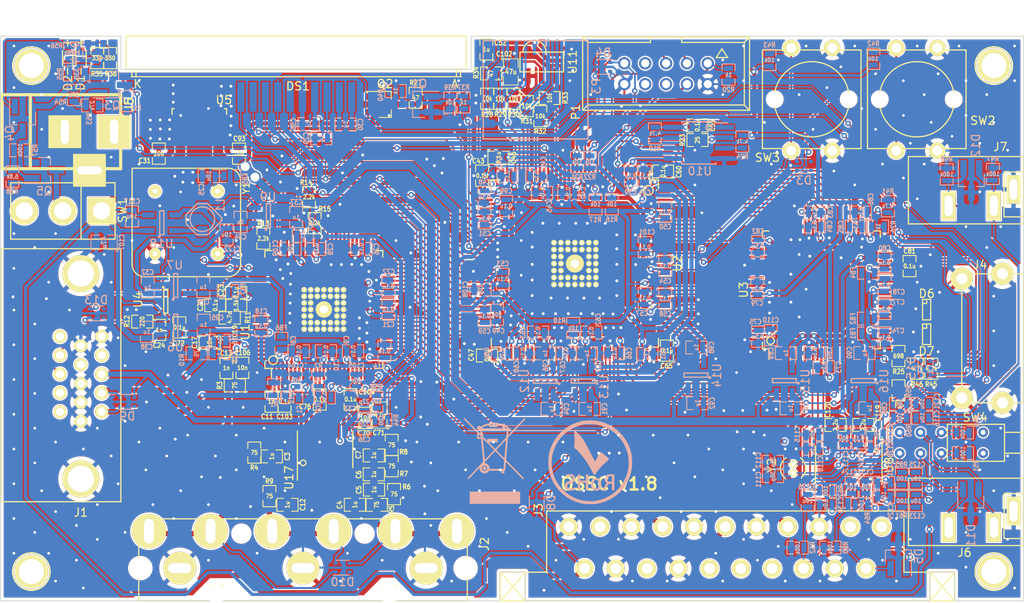
<source format=kicad_pcb>
(kicad_pcb (version 20221018) (generator pcbnew)

  (general
    (thickness 1.6)
  )

  (paper "A3")
  (layers
    (0 "F.Cu" signal)
    (1 "In1.Cu" signal)
    (2 "In2.Cu" signal)
    (31 "B.Cu" signal)
    (32 "B.Adhes" user "B.Adhesive")
    (33 "F.Adhes" user "F.Adhesive")
    (34 "B.Paste" user)
    (35 "F.Paste" user)
    (36 "B.SilkS" user "B.Silkscreen")
    (37 "F.SilkS" user "F.Silkscreen")
    (38 "B.Mask" user)
    (39 "F.Mask" user)
    (40 "Dwgs.User" user "User.Drawings")
    (41 "Cmts.User" user "User.Comments")
    (42 "Eco1.User" user "User.Eco1")
    (43 "Eco2.User" user "User.Eco2")
    (44 "Edge.Cuts" user)
    (45 "Margin" user)
    (46 "B.CrtYd" user "B.Courtyard")
    (47 "F.CrtYd" user "F.Courtyard")
    (48 "B.Fab" user)
    (49 "F.Fab" user)
  )

  (setup
    (stackup
      (layer "F.SilkS" (type "Top Silk Screen"))
      (layer "F.Paste" (type "Top Solder Paste"))
      (layer "F.Mask" (type "Top Solder Mask") (thickness 0.01))
      (layer "F.Cu" (type "copper") (thickness 0.035))
      (layer "dielectric 1" (type "core") (thickness 0.48) (material "FR4") (epsilon_r 4.5) (loss_tangent 0.02))
      (layer "In1.Cu" (type "copper") (thickness 0.035))
      (layer "dielectric 2" (type "prepreg") (thickness 0.48) (material "FR4") (epsilon_r 4.5) (loss_tangent 0.02))
      (layer "In2.Cu" (type "copper") (thickness 0.035))
      (layer "dielectric 3" (type "core") (thickness 0.48) (material "FR4") (epsilon_r 4.5) (loss_tangent 0.02))
      (layer "B.Cu" (type "copper") (thickness 0.035))
      (layer "B.Mask" (type "Bottom Solder Mask") (thickness 0.01))
      (layer "B.Paste" (type "Bottom Solder Paste"))
      (layer "B.SilkS" (type "Bottom Silk Screen"))
      (copper_finish "None")
      (dielectric_constraints no)
    )
    (pad_to_mask_clearance 0)
    (pcbplotparams
      (layerselection 0x00010fc_ffffffff)
      (plot_on_all_layers_selection 0x0000000_00000000)
      (disableapertmacros false)
      (usegerberextensions false)
      (usegerberattributes false)
      (usegerberadvancedattributes false)
      (creategerberjobfile false)
      (dashed_line_dash_ratio 12.000000)
      (dashed_line_gap_ratio 3.000000)
      (svgprecision 6)
      (plotframeref false)
      (viasonmask false)
      (mode 1)
      (useauxorigin false)
      (hpglpennumber 1)
      (hpglpenspeed 20)
      (hpglpendiameter 15.000000)
      (dxfpolygonmode true)
      (dxfimperialunits true)
      (dxfusepcbnewfont true)
      (psnegative false)
      (psa4output false)
      (plotreference true)
      (plotvalue true)
      (plotinvisibletext false)
      (sketchpadsonfab false)
      (subtractmaskfromsilk false)
      (outputformat 1)
      (mirror false)
      (drillshape 0)
      (scaleselection 1)
      (outputdirectory "gerber/")
    )
  )

  (net 0 "")
  (net 1 "/fpga1/ASDO")
  (net 2 "/fpga1/DATA0")
  (net 3 "/fpga1/DCLK")
  (net 4 "/fpga1/HDMITX_HSYNC")
  (net 5 "/fpga1/HDMITX_INT_N")
  (net 6 "/fpga1/HDMITX_PCLK")
  (net 7 "/fpga1/HDMITX_R0")
  (net 8 "/fpga1/HDMITX_R1")
  (net 9 "/fpga1/HDMITX_R2")
  (net 10 "/fpga1/HDMITX_R3")
  (net 11 "/fpga1/HDMITX_R4")
  (net 12 "/fpga1/HDMITX_R5")
  (net 13 "/fpga1/HDMITX_R6")
  (net 14 "/fpga1/HDMITX_R7")
  (net 15 "/fpga1/HDMITX_VSYNC")
  (net 16 "/fpga1/IR_RX")
  (net 17 "/fpga1/LED0")
  (net 18 "/fpga1/LED1")
  (net 19 "/fpga1/SCL")
  (net 20 "/fpga1/SDA")
  (net 21 "/fpga1/SD_CLK")
  (net 22 "/fpga1/SD_CMD")
  (net 23 "/fpga1/SD_DAT0")
  (net 24 "/fpga1/SD_DAT1")
  (net 25 "/fpga1/SD_DAT2")
  (net 26 "/fpga1/SD_DAT3")
  (net 27 "/fpga1/TCK")
  (net 28 "/fpga1/TDI")
  (net 29 "/fpga1/TDO")
  (net 30 "/fpga1/TMS")
  (net 31 "/fpga1/VCCA")
  (net 32 "/fpga1/VCCD_PLL")
  (net 33 "/fpga1/VCCINT")
  (net 34 "/fpga1/nCSO")
  (net 35 "/hdmitx1/AVCC1V8")
  (net 36 "/hdmitx1/AVCC3V3")
  (net 37 "/fpga1/VCCIO")
  (net 38 "/tvp_board1/AV1_AUD_R")
  (net 39 "/tvp_board1/AV1_AUD_L")
  (net 40 "Net-(U1-RIN_3)")
  (net 41 "Net-(U1-BIN_3)")
  (net 42 "Net-(U17A-IN_A_CH2)")
  (net 43 "Net-(U17A-IN_A_CH3)")
  (net 44 "Net-(U17A-IN_B_CH1)")
  (net 45 "/hdmitx1/DDC_SCL")
  (net 46 "/hdmitx1/DDC_SDA")
  (net 47 "Net-(U17A-IN_B_CH2)")
  (net 48 "/hdmitx1/DVDD1V8")
  (net 49 "Net-(U17A-IN_B_CH3)")
  (net 50 "Net-(U1-SOGIN_1)")
  (net 51 "Net-(U17A-IN_A_CH1)")
  (net 52 "Net-(U1-SOGIN_2)")
  (net 53 "Net-(U1-GIN_3)")
  (net 54 "Net-(U1-SOGIN_3)")
  (net 55 "Net-(U1-GIN_4)")
  (net 56 "Net-(U1-FILT2)")
  (net 57 "Net-(U1-PLL_F)")
  (net 58 "/hdmitx1/HPD")
  (net 59 "/hdmitx1/TMDS_CLK+")
  (net 60 "/hdmitx1/TMDS_CLK-")
  (net 61 "/hdmitx1/TMDS_D0+")
  (net 62 "/hdmitx1/TMDS_D0-")
  (net 63 "/hdmitx1/TMDS_D1+")
  (net 64 "/hdmitx1/TMDS_D1-")
  (net 65 "/hdmitx1/TMDS_D2+")
  (net 66 "/hdmitx1/TMDS_D2-")
  (net 67 "/tvp_board1/AVDD")
  (net 68 "Net-(U4-2A)")
  (net 69 "Net-(Y1-VDD)")
  (net 70 "Net-(DS1-Pin_8)")
  (net 71 "Net-(DS1-Pin_10)")
  (net 72 "Net-(DS1-Pin_9)")
  (net 73 "Net-(U17A-SCL)")
  (net 74 "Net-(U17A-SDA)")
  (net 75 "Net-(U3-PVCC1)")
  (net 76 "/tvp_board1/DVDD")
  (net 77 "Net-(U1-RIN_1)")
  (net 78 "Net-(U3-PVCC2)")
  (net 79 "/tvp_board1/VSOUT")
  (net 80 "/tvp_board1/HSOUT")
  (net 81 "/tvp_board1/SOGOUT")
  (net 82 "/tvp_board1/B_7")
  (net 83 "/tvp_board1/B_6")
  (net 84 "/tvp_board1/B_5")
  (net 85 "/tvp_board1/B_4")
  (net 86 "/tvp_board1/B_3")
  (net 87 "/tvp_board1/PCLK")
  (net 88 "/tvp_board1/B_2")
  (net 89 "/tvp_board1/B_1")
  (net 90 "/tvp_board1/B_0")
  (net 91 "Net-(U1-BIN_1)")
  (net 92 "Net-(U11-Pin_2)")
  (net 93 "/tvp_board1/G_7")
  (net 94 "/tvp_board1/G_6")
  (net 95 "/tvp_board1/G_5")
  (net 96 "/tvp_board1/RGB1_B")
  (net 97 "/tvp_board1/RGB1_G")
  (net 98 "/tvp_board1/RGB1_R")
  (net 99 "/tvp_board1/RGB1_S")
  (net 100 "/tvp_board1/RGB2_B")
  (net 101 "/tvp_board1/RGB2_G")
  (net 102 "/tvp_board1/RGB2_R")
  (net 103 "/tvp_board1/RGB3_B")
  (net 104 "/tvp_board1/RGB3_G")
  (net 105 "/tvp_board1/RGB3_R")
  (net 106 "/tvp_board1/G_4")
  (net 107 "GND")
  (net 108 "Net-(U1-GIN_1)")
  (net 109 "Net-(U1-RIN_2)")
  (net 110 "Net-(U1-BIN_2)")
  (net 111 "Net-(U1-GIN_2)")
  (net 112 "Net-(U8-XO)")
  (net 113 "Net-(U8-XI)")
  (net 114 "Net-(U8-VREF)")
  (net 115 "Net-(U8-LDO)")
  (net 116 "Net-(U8-VINL2)")
  (net 117 "Net-(U8-VINR2)")
  (net 118 "Net-(U8-VINR3)")
  (net 119 "Net-(U8-VINL4)")
  (net 120 "Net-(U8-VINL3)")
  (net 121 "Net-(U8-VINR4)")
  (net 122 "Net-(D1-A)")
  (net 123 "Net-(C20-Pad2)")
  (net 124 "Net-(D2-A)")
  (net 125 "unconnected-(D3-IO3-Pad4)")
  (net 126 "unconnected-(D3-IO4-Pad5)")
  (net 127 "unconnected-(D9-TVS4-Pad5)")
  (net 128 "unconnected-(D10-TVS4-Pad5)")
  (net 129 "Net-(D11-TVS1)")
  (net 130 "Net-(C77-Pad1)")
  (net 131 "Net-(D11-TVS2)")
  (net 132 "/tvp_board1/G_3")
  (net 133 "/tvp_board1/G_2")
  (net 134 "/tvp_board1/G_1")
  (net 135 "/tvp_board1/G_0")
  (net 136 "unconnected-(D13-IO3-Pad4)")
  (net 137 "unconnected-(D13-IO4-Pad5)")
  (net 138 "/tvp_board1/R_7")
  (net 139 "Net-(D14-K)")
  (net 140 "unconnected-(D15-IO4-Pad5)")
  (net 141 "Net-(DS1-Pin_11)")
  (net 142 "Net-(Q3-D)")
  (net 143 "unconnected-(J1-ID2{slash}RES-Pad4)")
  (net 144 "/tvp_board1/R_6")
  (net 145 "/tvp_board1/R_5")
  (net 146 "/tvp_board1/R_4")
  (net 147 "/tvp_board1/R_3")
  (net 148 "/tvp_board1/R_2")
  (net 149 "/tvp_board1/R_1")
  (net 150 "/tvp_board1/R_0")
  (net 151 "unconnected-(J1-KEY{slash}PWR-Pad9)")
  (net 152 "unconnected-(J1-ID0{slash}RES-Pad11)")
  (net 153 "/tvp_board1/CLK27")
  (net 154 "/fpga1/HDMITX_DE")
  (net 155 "/fpga1/HDMITX_B0")
  (net 156 "/fpga1/HDMITX_B1")
  (net 157 "/fpga1/HDMITX_B2")
  (net 158 "/fpga1/HDMITX_B3")
  (net 159 "/fpga1/HDMITX_B4")
  (net 160 "/fpga1/HDMITX_B5")
  (net 161 "/fpga1/HDMITX_B6")
  (net 162 "/fpga1/HDMITX_B7")
  (net 163 "unconnected-(J1-ID1{slash}SDA-Pad12)")
  (net 164 "unconnected-(J1-ID3{slash}SCL-Pad15)")
  (net 165 "unconnected-(J3-P1-Pad1)")
  (net 166 "unconnected-(J3-P3-Pad3)")
  (net 167 "unconnected-(J3-P8-Pad8)")
  (net 168 "/fpga1/HDMITX_G0")
  (net 169 "/fpga1/HDMITX_G1")
  (net 170 "Net-(F1-Pad1)")
  (net 171 "/tvp_board1/RGB_12_G")
  (net 172 "/tvp_board1/RGB_12_R")
  (net 173 "unconnected-(J3-P10-Pad10)")
  (net 174 "/tvp_board1/RGB_12_B")
  (net 175 "unconnected-(J3-P12-Pad12)")
  (net 176 "unconnected-(J3-P16-Pad16)")
  (net 177 "unconnected-(J3-P19-Pad19)")
  (net 178 "unconnected-(J4-CEC-Pad13)")
  (net 179 "/tvp_board1/RGB3_HS")
  (net 180 "/tvp_board1/RGB3_VS")
  (net 181 "/tvp_board1/RGB3_VS_B")
  (net 182 "/tvp_board1/RGB3_HS_B")
  (net 183 "unconnected-(J4-RSV-Pad14)")
  (net 184 "/fpga1/LCD_CS_N")
  (net 185 "/fpga1/LCD_RS")
  (net 186 "/fpga1/BTN0")
  (net 187 "/fpga1/BTN1")
  (net 188 "Net-(C23-Pad1)")
  (net 189 "/tvp_board1/AVDD_F")
  (net 190 "Net-(U18-SW)")
  (net 191 "unconnected-(P1-Pin_6-Pad6)")
  (net 192 "unconnected-(P1-Pin_7-Pad7)")
  (net 193 "/fpga1/RESET_N")
  (net 194 "unconnected-(P1-Pin_8-Pad8)")
  (net 195 "Net-(Q1-B)")
  (net 196 "Net-(Q1-C)")
  (net 197 "Net-(Q2-B)")
  (net 198 "/fpga1/LCD_BLEN")
  (net 199 "/hdmitx1/5V")
  (net 200 "/hdmitx1/5V_FUSED")
  (net 201 "Net-(Q2-C)")
  (net 202 "Net-(Q3-G)")
  (net 203 "/hdmitx1/AV2_AUD_R")
  (net 204 "Net-(C116-Pad2)")
  (net 205 "/fpga1/HDMITX_G2")
  (net 206 "Net-(Q3-S)")
  (net 207 "Net-(Q4-B)")
  (net 208 "/hdmitx1/AV2_AUD_L")
  (net 209 "Net-(C121-Pad2)")
  (net 210 "/fpga1/HDMITX_G3")
  (net 211 "Net-(C123-Pad1)")
  (net 212 "/hdmitx1/AV3_AUD_R")
  (net 213 "Net-(C124-Pad1)")
  (net 214 "Net-(C125-Pad1)")
  (net 215 "/hdmitx1/AV3_AUD_L")
  (net 216 "Net-(C126-Pad1)")
  (net 217 "/fpga1/HDMITX_G4")
  (net 218 "/hdmitx1/I2S_DATA")
  (net 219 "/hdmitx1/I2S_WS")
  (net 220 "/hdmitx1/I2S_BCK")
  (net 221 "/fpga1/HDMITX_G5")
  (net 222 "/fpga1/HDMITX_G6")
  (net 223 "/fpga1/HDMITX_G7")
  (net 224 "Net-(Q4-C)")
  (net 225 "Net-(Q5-D)")
  (net 226 "Net-(U1-FILT1)")
  (net 227 "Net-(U2-nSTATUS)")
  (net 228 "Net-(U2-nCONFIG)")
  (net 229 "Net-(U2-CONF_DONE)")
  (net 230 "Net-(U10-HOLDn)")
  (net 231 "Net-(U10-SO)")
  (net 232 "Net-(U10-WPn)")
  (net 233 "Net-(U3-REXT)")
  (net 234 "/tvp_board1/DVDD2V5")
  (net 235 "Net-(U3-ENTEST)")
  (net 236 "unconnected-(U1-FIDOUT-Pad22)")
  (net 237 "unconnected-(U1-B_1-Pad37)")
  (net 238 "unconnected-(U1-B_0-Pad38)")
  (net 239 "unconnected-(U1-G_1-Pad51)")
  (net 240 "unconnected-(U1-G_0-Pad52)")
  (net 241 "unconnected-(U1-R_1-Pad64)")
  (net 242 "unconnected-(U1-R_0-Pad65)")
  (net 243 "unconnected-(U3-NC-Pad45)")
  (net 244 "unconnected-(U8-VINL1-Pad3)")
  (net 245 "unconnected-(U8-VINR1-Pad4)")
  (net 246 "unconnected-(U8-Mic_bias-Pad5)")
  (net 247 "unconnected-(U8-GPIO3-Pad19)")
  (net 248 "unconnected-(U8-GPIO2-Pad20)")
  (net 249 "unconnected-(U8-GPIO1-Pad21)")
  (net 250 "unconnected-(U8-GPIO0-Pad22)")
  (net 251 "unconnected-(U17A-NC-Pad1)")
  (net 252 "unconnected-(U17A-NC-Pad20)")
  (net 253 "unconnected-(Y1-NC-Pad1)")

  (footprint "custom_components:SM0603_Capa_libcms" (layer "F.Cu") (at 40.3965 68.1727))

  (footprint "custom_components:SM0603_Capa_libcms" (layer "F.Cu") (at 50.5184 74.066 180))

  (footprint "custom_components:SM0603_Capa_libcms" (layer "F.Cu") (at 52.8425 72.224 180))

  (footprint "custom_components:SM0603_Capa_libcms" (layer "F.Cu") (at 52.8171 70.3571 180))

  (footprint "custom_components:SM0603_Capa_libcms" (layer "F.Cu") (at 52.8171 68.0584 180))

  (footprint "custom_components:SM0603_Capa_libcms" (layer "F.Cu") (at 40.3584 61.5052 90))

  (footprint "custom_components:SM0603_Capa_libcms" (layer "F.Cu") (at 42.301 74.066))

  (footprint "custom_components:SM0603_Capa_libcms" (layer "F.Cu") (at 34.872 57.4158 90))

  (footprint "custom_components:SM0603_Capa_libcms" (layer "F.Cu") (at 32.84 54.317))

  (footprint "custom_components:SM0603_Capa_libcms" (layer "F.Cu") (at 35.277 51.283 180))

  (footprint "custom_components:SM0603_Capa_libcms" (layer "F.Cu") (at 33.528 49.779))

  (footprint "custom_components:SM0603_Capa_libcms" (layer "F.Cu") (at 36.062 48.265 180))

  (footprint "custom_components:SM0603_Capa_libcms" (layer "F.Cu") (at 26.7059 52.7803 -90))

  (footprint "custom_components:SM0603_Capa_libcms" (layer "F.Cu") (at 26.645 31.313 90))

  (footprint "custom_components:SM0603_Capa_libcms" (layer "F.Cu") (at 66 34 90))

  (footprint "custom_components:SM0603_Capa_libcms" (layer "F.Cu") (at 68 31.8 180))

  (footprint "custom_components:SM0603_Capa_libcms" (layer "F.Cu") (at 66.6 55.9 180))

  (footprint "custom_components:SM0603_Capa_libcms" (layer "F.Cu") (at 66.5204 18.63 -90))

  (footprint "custom_components:SM0603_Capa_libcms" (layer "F.Cu") (at 92.2125 27.8883 180))

  (footprint "custom_components:SM0603_Capa_libcms" (layer "F.Cu") (at 88.021 33.498))

  (footprint "custom_components:SM0603_Capa_libcms" (layer "F.Cu") (at 88.5 55.3 -90))

  (footprint "custom_components:SM0603_Capa_libcms" (layer "F.Cu") (at 118.04 45.01 -90))

  (footprint "custom_components:SM0603_Capa_libcms" (layer "F.Cu") (at 36.405 31.318 90))

  (footprint "custom_components:SM0805_libcms" (layer "F.Cu") (at 69.494 21.361 -90))

  (footprint "custom_components:BARREL_JACK_roundconn" (layer "F.Cu") (at 15.002 28.649))

  (footprint "custom_components:VGA_CONN" (layer "F.Cu") (at 17.1555 59.2954 -90))

  (footprint "custom_components:IRM-V5XX_TR1" (layer "F.Cu") (at 73.2641 21.3605))

  (footprint "Connect:VASCH5x2" (layer "F.Cu") (at 88.4 21.59 180))

  (footprint "Connect:1pin" (layer "F.Cu") (at 11.13 20.6))

  (footprint "Connect:1pin" (layer "F.Cu") (at 11.13 82.2))

  (footprint "Connect:1pin" (layer "F.Cu") (at 128.3 82.2))

  (footprint "Connect:1pin" (layer "F.Cu") (at 128.3 20.6))

  (footprint "custom_components:SM0603_Resistor_libcms" (layer "F.Cu") (at 38.2629 67.7155 90))

  (footprint "custom_components:SM0603_Resistor_libcms" (layer "F.Cu") (at 53.1727 74.0782))

  (footprint "custom_components:SM0603_Resistor_libcms" (layer "F.Cu") (at 55.2809 72.7701 -90))

  (footprint "custom_components:SM0603_Resistor_libcms" (layer "F.Cu") (at 55.0015 69.3665 90))

  (footprint "custom_components:SM0603_Resistor_libcms" (layer "F.Cu") (at 54.997 66.785 90))

  (footprint "custom_components:SM0603_Resistor_libcms" (layer "F.Cu") (at 40.104 73.015 90))

  (footprint "custom_components:SM0603_Resistor_libcms" (layer "F.Cu") (at 36.063 49.779))

  (footprint "custom_components:SM0603_Resistor_libcms" (layer "F.Cu") (at 24.6358 51.7643 180))

  (footprint "custom_components:SM0603_Resistor_libcms" (layer "F.Cu") (at 39.37 41.656 -90))

  (footprint "custom_components:SM0603_Resistor_libcms" (layer "F.Cu") (at 44.931 36.606 90))

  (footprint "custom_components:SM0603_Resistor_libcms" (layer "F.Cu") (at 45.6162 39.7755 -90))

  (footprint "custom_components:SM0603_Resistor_libcms" (layer "F.Cu") (at 92.2252 29.6663))

  (footprint "custom_components:SM0603_Resistor_libcms" (layer "F.Cu") (at 116.693 55.961 -90))

  (footprint "custom_components:SM0603_Resistor_libcms" (layer "F.Cu") (at 66.6093 24.6371 90))

  (footprint "custom_components:SM0603_Resistor_libcms" (layer "F.Cu") (at 68.2222 24.6498 90))

  (footprint "custom_components:SM0603_Resistor_libcms" (layer "F.Cu") (at 69.8351 24.6498 90))

  (footprint "custom_components:SM0603_Resistor_libcms" (layer "F.Cu") (at 71.448 25.5261 90))

  (footprint "custom_components:SM0603_Resistor_libcms" (layer "F.Cu") (at 73.0863 26.758 90))

  (footprint "custom_components:SM0603_Resistor_libcms" (layer "F.Cu") (at 74.2293 24.5482))

  (footprint "custom_components:SM0603_Resistor_libcms" (layer "F.Cu") (at 67.1046 21.551 180))

  (footprint "custom_components:SM0603_Resistor_libcms" (layer "F.Cu") (at 19.159 19.691 -90))

  (footprint "custom_components:SM0603_Resistor_libcms" (layer "F.Cu") (at 20.709 19.687 -90))

  (footprint "custom_components:TQFP-100_thermal" (layer "F.Cu") (at 46.736 50.292 90))

  (footprint "custom_components:3xRCA_CONN" (layer "F.Cu") (at 44.196 81.7762))

  (footprint "custom_components:TQFP-144_thermal" (layer "F.Cu")
    (tstamp 00000000-0000-0000-0000-000055a1e0e7)
    (at 77.3 44.7 -90)
    (descr "P/PG-TQFP-144-2, -3, -7 (see MAXIM 21-0087.PDF and 90-0144.PDF)")
    (tags "QFP 0.5")
    (property "Sheetfile" "fpga.kicad_sch")
    (property "Sheetname" "fpga1")
    (path "/00000000-0000-0000-0000-000054fe3a8c/00000000-0000-0000-0000-000054fe3d0c")
    (attr smd)
    (fp_text reference "U2" (at 0 -12.475 -90) (layer "F.SilkS")
        (effects (font (size 1 1) (thickness 0.15)))
      (tstamp eef1617b-803a-49c3-b08a-1db35075471d)
    )
    (fp_text value "EP4CE15E22" (at 0 12.475 -90) (layer "F.Fab")
        (effects (font (size 1 1) (thickness 0.15)))
      (tstamp d5b7e3fd-5b86-4909-a883-a49d6720b0a4)
    )
    (fp_line (start -10.175 -10.175) (end -10.175 -9.1)
      (stroke (width 0.15) (type solid)) (layer "F.SilkS") (tstamp 3558ed6e-711a-493c-9eff-a48d444cc556))
    (fp_line (start -10.175 -10.175) (end -9.1 -10.175)
      (stroke (width 0.15) (type solid)) (layer "F.SilkS") (tstamp cfbfbec9-09a3-4e92-a2d5-49e5d862c70a))
    (fp_line (start -10.175 -9.1) (end -11.275 -9.1)
      (stroke (width 0.15) (type solid)) (layer "F.SilkS") (tstamp 30f39d53-8f80-4916-9ac7-057ac040b90a))
    (fp_line (start -10.175 10.175) (end -10.175 9.1)
      (stroke (width 0.15) (type solid)) (layer "F.SilkS") (tstamp e5c72976-c228-44ef-8299-d4cc7fdc17a6))
    (fp_line (start -10.175 10.175) (end -9.1 10.175)
      (stroke (width 0.15) (type solid)) (layer "F.SilkS") (tstamp 975622be-fb68-4753-b6d7-9e86c2f84344))
    (fp_line (start 10.175 -10.175) (end 9.1 -10.175)
      (stroke (width 0.15) (type solid)) (layer "F.SilkS") (tstamp c9d6f710-9d3c-46d5-9a1d-5e2971fb146b))
    (fp_line (start 10.175 -10.175) (end 10.175 -9.1)
      (stroke (width 0.15) (type solid)) (layer "F.SilkS") (tstamp ccab7bc2-318e-477c-9811-7f7e7d58547f))
    (fp_line (start 10.175 10.175) (end 9.1 10.175)
      (stroke (width 0.15) (type solid)) (layer "F.SilkS") (tstamp 25d85ac4-49d9-4f51-9a7e-96ed6098b3ee))
    (fp_line (start 10.175 10.175) (end 10.175 9.1)
      (stroke (width 0.15) (type solid)) (layer "F.SilkS") (tstamp 3ba26bbe-8562-430c-b806-843447502c0b))
    (fp_circle (center -8.91794 -8.93064) (end -8.54456 -8.47344)
      (stroke (width 0.15) (type solid)) (fill none) (layer "F.SilkS") (tstamp 94ff5823-f4bf-4e22-8a9f-d99ff5e43636))
    (fp_line (start -11.75 -11.75) (end -11.75 11.75)
      (stroke (width 0.05) (type solid)) (layer "F.CrtYd") (tstamp 5b2cbec1-173b-4f13-91ec-7f5b0f45cfc2))
    (fp_line (start -11.75 -11.75) (end 11.75 -11.75)
      (stroke (width 0.05) (type solid)) (layer "F.CrtYd") (tstamp 40f27947-3902-4235-a9f3-f7757418b180))
    (fp_line (start -11.75 11.75) (end 11.75 11.75)
      (stroke (width 0.05) (type solid)) (layer "F.CrtYd") (tstamp 1a5b86ef-7e25-4df9-9631-46951e62da1c))
    (fp_line (start 11.75 -11.75) (end 11.75 11.75)
      (stroke (width 0.05) (type solid)) (layer "F.CrtYd") (tstamp 06baf694-aae9-40ee-a8b0-cd56271c0db1))
    (pad "1" smd rect (at -10.8 -8.75 270) (size 1.6 0.3) (layers "F.Cu" "F.Paste" "F.Mask")
      (net 32 "/fpga1/VCCD_PLL") (pinfunction "VCCD_PLL3") (pintype "power_in") (tstamp 29bade07-3619-4b75-8614-380e5d216724))
    (pad "2" smd rect (at -10.8 -8.25 270) (size 1.6 0.3) (layers "F.Cu" "F.Paste" "F.Mask")
      (net 107 "GND") (pinfunction "GNDA3") (pintype "power_in") (tstamp 1862581f-2525-4585-a080-e75b085b227c))
    (pad "3" smd rect (at -10.8 -7.75 270) (size 1.6 0.3) (layers "F.Cu" "F.Paste" "F.Mask")
      (net 31 "/fpga1/VCCA") (pinfunction "VCCA3") (pintype "power_in") (tstamp 82dc8331-888a-484b-bacd-011d8ad4eaee))
    (pad "4" smd rect (at -10.8 -7.25 270) (size 1.6 0.3) (layers "F.Cu" "F.Paste" "F.Mask")
      (net 107 "GND") (pinfunction "GND") (pintype "power_in") (tstamp 157243cd-e86d-4227-a806-59f87474f46f))
    (pad "5" smd rect (at -10.8 -6.75 270) (size 1.6 0.3) (layers "F.Cu" "F.Paste" "F.Mask")
      (net 33 "/fpga1/VCCINT") (pinfunction "VCCINT") (pintype "power_in") (tstamp 5e4bc6b4-9d88-43ef-a168-6586fea6c5c1))
    (pad "6" smd rect (at -10.8 -6.25 270) (size 1.6 0.3) (layers "F.Cu" "F.Paste" "F.Mask")
      (net 1 "/fpga1/ASDO") (pinfunction "DATA1") (pintype "bidirectional") (tstamp 9d1e99b5-e2d8-425a-86e1-01e6269c8854))
    (pad "7" smd rect (at -10.8 -5.75 270) (size 1.6 0.3) (layers "F.Cu" "F.Paste" "F.Mask")
      (net 12 "/fpga1/HDMITX_R5") (pinfunction "IO7") (pintype "bidirectional") (tstamp 3bea58ca-f951-409c-a105-ffae4851f8c9))
    (pad "8" smd rect (at -10.8 -5.25 270) (size 1.6 0.3) (layers "F.Cu" "F.Paste" "F.Mask")
      (net 34 "/fpga1/nCSO") (pinfunction "FLASH_nCE") (pintype "bidirectional") (tstamp 159071cb-c43e-4d0d-a30b-8366af8c8229))
    (pad "9" smd rect (at -10.8 -4.75 270) (size 1.6 0.3) (layers "F.Cu" "F.Paste" "F.Mask")
      (net 227 "Net-(U2-nSTATUS)") (pinfunction "nSTATUS") (pintype "bidirectional") (tstamp c84e26b5-03b0-4340-ac29-a07a2282eda4))
    (pad "10" smd rect (at -10.8 -4.25 270) (size 1.6 0.3) (layers "F.Cu" "F.Paste" "F.Mask")
      (net 13 "/fpga1/HDMITX_R6") (pinfunction "IO10") (pintype "bidirectional") (tstamp 566e9eaf-5ddb-4b9e-9534-fcaaaa25446c))
    (pad "11" smd rect (at -10.8 -3.75 270) (size 1.6 0.3) (layers "F.Cu" "F.Paste" "F.Mask")
      (net 14 "/fpga1/HDMITX_R7") (pinfunction "IO11") (pintype "bidirectional") (tstamp 7702c425-321f-49d3-8d92-087cb32ce9d2))
    (pad "12" smd rect (at -10.8 -3.25 270) (size 1.6 0.3) (layers "F.Cu" "F.Paste" "F.Mask")
      (net 3 "/fpga1/DCLK") (pinfunction "DCLK") (pintype "bidirectional") (tstamp d09b92f8-5372-448e-a57a-23196426561b))
    (pad "13" smd rect (at -10.8 -2.75 270) (size 1.6 0.3) (layers "F.Cu" "F.Paste" "F.Mask")
      (net 2 "/fpga1/DATA0") (pinfunction "DATA0") (pintype "bidirectional") (tstamp 0ea30842-4fac-4625-9b51-4a4dbe144712))
    (pad "14" smd rect (at -10.8 -2.25 270) (size 1.6 0.3) (layers "F.Cu" "F.Paste" "F.Mask")
      (net 228 "Net-(U2-nCONFIG)") (pinfunction "nCONFIG") (pintype "bidirectional") (tstamp 4a922147-3fe0-42c0-af9e-f0ae4df249c3))
    (pad "15" smd rect (at -10.8 -1.75 270) (size 1.6 0.3) (layers "F.Cu" "F.Paste" "F.Mask")
      (net 28 "/fpga1/TDI") (pinfunction "TDI") (pintype "bidirectional") (tstamp 99c22012-88e5-4396-b364-0c0e4dd522ff))
    (pad "16" smd rect (at -10.8 -1.25 270) (size 1.6 0.3) (layers "F.Cu" "F.Paste" "F.Mask")
      (net 27 "/fpga1/TCK") (pinfunction "TCK") (pintype "bidirectional") (tstamp 2a84a7a9-a0e7-40d2-99b2-bc000a7cd748))
    (pad "17" smd rect (at -10.8 -0.75 270) (size 1.6 0.3) (layers "F.Cu" "F.Paste" "F.Mask")
      (net 37 "/fpga1/VCCIO") (pinfunction "VCCIO1") (pintype "power_in") (tstamp 143b191b-7bd4-4729-8c78-ad723a3931de))
    (pad "18" smd rect (at -10.8 -0.25 270) (size 1.6 0.3) (layers "F.Cu" "F.Paste" "F.Mask")
      (net 30 "/fpga1/TMS") (pinfunction "TMS") (pintype "bidirectional") (tstamp 33034710-c35e-4b87-95a5-6fb2da4dc6b9))
    (pad "19" smd rect (at -10.8 0.25 270) (size 1.6 0.3) (layers "F.Cu" "F.Paste" "F.Mask")
      (net 107 "GND") (pinfunction "GND") (pintype "power_in") (tstamp c6eef106-8bd2-425b-b7f5-261c586eec51))
    (pad "20" smd rect (at -10.8 0.75 270) (size 1.6 0.3) (layers "F.Cu" "F.Paste" "F.Mask")
      (net 29 "/fpga1/TDO") (pinfunction "TDO") (pintype "bidirectional") (tstamp b8a283fb-dc6f-473b-9e7c-2a28f6941659))
    (pad "21" smd rect (at -10.8 1.25 270) (size 1.6 0.3) (layers "F.Cu" "F.Paste" "F.Mask")
      (net 107 "GND") (pinfunction "nCE") (pintype "input") (tstamp c77f9c58-3dac-41d6-bc83-0a4e77e4b2ea))
    (pad "22" smd rect (at -10.8 1.75 270) (size 1.6 0.3) (layers "F.Cu" "F.Paste" "F.Mask")
      (net 107 "GND") (pinfunction "GND") (pintype "power_in") (tstamp 1866f365-b71a-4fce-ac64-d81d3f66c2a0))
    (pad "23" smd rect (at -10.8 2.25 270) (size 1.6 0.3) (layers "F.Cu" "F.Paste" "F.Mask")
      (net 16 "/fpga1/IR_RX") (pinfunction "CLK1") (pintype "input") (tstamp 7c424249-b799-4e19-a627-daed09e40660))
    (pad "24" smd rect (at -10.8 2.75 270) (size 1.6 0.3) (layers "F.Cu" "F.Paste" "F.Mask")
      (net 107 "GND") (pinfunction "CLK2") (pintype "input") (tstamp 392c1cf0-7507-4b58-b7f9-02fcd1cfad14))
    (pad "25" smd rect (at -10.8 3.25 270) (size 1.6 0.3) (layers "F.Cu" "F.Paste" "F.Mask")
      (net 153 "/tvp_board1/CLK27") (pinfunction "CLK3") (pintype "input") (tstamp c3eab378-889b-4ad9-857c-e37d768a18d7))
    (pad "26" smd rect (at -10.8 3.75 270) (size 1.6 0.3) (layers "F.Cu" "F.Paste" "F.Mask")
      (net 37 "/fpga1/VCCIO") (pinfunction "VCCIO2") (pintype "power_in") (tstamp 6da25418-6e16-43fd-b847-401bfda20b08))
    (pad "27" smd rect (at -10.8 4.25 270) (size 1.6 0.3) (layers "F.Cu" "F.Paste" "F.Mask")
      (net 107 "GND") (pinfunction "GND") (pintype "power_in") (tstamp c3c478d9-178e-4b47-9445-349b94449a26))
    (pad "28" smd rect (at -10.8 4.75 270) (size 1.6 0.3) (layers "F.Cu" "F.Paste" "F.Mask")
      (net 25 "/fpga1/SD_DAT2") (pinfunction "IO28") (pintype "bidirectional") (tstamp c35093bc-2e71-4761-8ba6-4f6a443c78f6))
    (pad "29" smd rect (at -10.8 5.25 270) (size 1.6 0.3) (layers "F.Cu" "F.Paste" "F.Mask")
      (net 33 "/fpga1/VCCINT") (pinfunction "VCCINT") (pintype "power_in") (tstamp fb2f053b-f09c-47c9-8338-8ae0c1540561))
    (pad "30" smd rect (at -10.8 5.75 270) (size 1.6 0.3) (layers "F.Cu" "F.Paste" "F.Mask")
      (net 26 "/fpga1/SD_DAT3") (pinfunction "IO30") (pintype "bidirectional") (tstamp cf2179a4-1414-45c5-a19a-cc58b65eb8d8))
    (pad "31" smd rect (at -10.8 6.25 270) (size 1.6 0.3) (layers "F.Cu" "F.Paste" "F.Mask")
      (net 22 "/fpga1/SD_CMD") (pinfunction "IO31") (pintype "bidirectional") (tstamp ac1202ae-793d-4b07-b101-1aaaa19f1d3e))
    (pad "32" smd rect (at -10.8 6.75 270) (size 1.6 0.3) (layers "F.Cu" "F.Paste" "F.Mask")
      (net 21 "/fpga1/SD_CLK") (pinfunction "IO32") (pintype "bidirectional") (tstamp 4b42d6fb-ce21-4f1f-abf9-b65ec2d061af))
    (pad "33" smd rect (at -10.8 7.25 270) (size 1.6 0.3) (layers "F.Cu" "F.Paste" "F.Mask")
      (net 23 "/fpga1/SD_DAT0") (pinfunction "IO33") (pintype "bidirectional") (tstamp 546dd213-ebdb-4d49-a7c8-721d0bd5be09))
    (pad "34" smd rect (at -10.8 7.75 270) (size 1.6 0.3) (layers "F.Cu" "F.Paste" "F.Mask")
      (net 33 "/fpga1/VCCINT") (pinfunction "VCCINT") (pintype "power_in") (tstamp 49dbd5de-7aa3-43b6-ac00-4c81fb515810))
    (pad "35" smd rect (at -10.8 8.25 270) (size 1.6 0.3) (layers "F.Cu" "F.Paste" "F.Mask")
      (net 31 "/fpga1/VCCA") (pinfunction "VCCA1") (pintype "power_in") (tstamp 78468e91-0af3-49d4-8fed-23b6512f62d2))
    (pad "36" smd rect (at -10.8 8.75 270) (size 1.6 0.3) (layers "F.Cu" "F.Paste" "F.Mask")
      (net 107 "GND") (pinfunction "GNDA1") (pintype "power_in") (tstamp 993f2641-cd72-488b-8570-811817789d0c))
    (pad "37" smd rect (at -8.75 10.8) (size 1.6 0.3) (layers "F.Cu" "F.Paste" "F.Mask")
      (net 32 "/fpga1/VCCD_PLL") (pinfunction "VCCD_PLL1") (pintype "power_in") (tstamp 6f2f8c1e-c574-44f0-b619-9d5414d32e73))
    (pad "38" smd rect (at -8.25 10.8) (size 1.6 0.3) (layers "F.Cu" "F.Paste" "F.Mask")
      (net 33 "/fpga1/VCCINT") (pinfunction "VCCINT") (pintype "power_in") (tstamp 17511daf-6e6a-46ab-a80b-7117ab7a83f6))
    (pad "39" smd rect (at -7.75 10.8) (size 1.6 0.3) (layers "F.Cu" "F.Paste" "F.Mask")
      (net 24 "/fpga1/SD_DAT1") (pinfunction "IO39") (pintype "bidirectional") (tstamp b4a96d3e-da5b-4676-af2e-83971ba2ba46))
    (pad "40" smd rect (at -7.25 10.8) (size 1.6 0.3) (layers "F.Cu" "F.Paste" "F.Mask")
      (net 37 "/fpga1/VCCIO") (pinfunction "VCCIO3") (pintype "power_in") (tstamp 14d45c19-c716-4c25-8349-148871a376fc))
    (pad "41" smd rect (at -6.75 10.8) (size 1.6 0.3) (layers "F.Cu" "F.Paste" "F.Mask")
      (net 107 "GND") (pinfunction "GND") (pintype "power_in") (tstamp a22a09fc-8546-44c4-8929-10c043c6862f))
    (pad "41" thru_hole circle (at -2.55 -2.55 270) (size 0.69 0.69) (drill 0.33) (layers "*.Cu" "*.Mask" "F.SilkS")
      (net 107 "GND") (pinfunction "GND") (pintype "power_in") (tstamp 84f2775b-c1c3-4b0f-98ac-c7b5d4db8c47))
    (pad "41" thru_hole circle (at -2.55 -1.7 270) (size 0.69 0.69) (drill 0.33) (layers "*.Cu" "*.Mask" "F.SilkS")
      (net 107 "GND") (pinfunction "GND") (pintype "power_in") (tstamp 4991f339-43e3-4b11-8c41-6c30469d4304))
    (pad "41" thru_hole circle (at -2.55 -0.85 270) (size 0.69 0.69) (drill 0.33) (layers "*.Cu" "*.Mask" "F.SilkS")
      (net 107 "GND") (pinfunction "GND") (pintype "power_in") (tstamp 68958b44-e2c8-4c7c-beef-3fce423d78ea))
    (pad "41" thru_hole circle (at -2.55 0 270) (size 0.69 0.69) (drill 0.33) (layers "*.Cu" "*.Mask" "F.SilkS")
      (net 107 "GND") (pinfunction "GND") (pintype "power_in") (tstamp 0e6096bb-24fb-4651-a132-716fb3343c93))
    (pad "41" thru_hole circle (at -2.55 0.85 270) (size 0.69 0.69) (drill 0.33) (layers "*.Cu" "*.Mask" "F.SilkS")
      (net 107 "GND") (pinfunction "GND") (pintype "power_in") (tstamp faaa8c3a-8f9c-45e5-8971-fc38e367ad72))
    (pad "41" thru_hole circle (at -2.55 1.7 270) (size 0.69 0.69) (drill 0.33) (layers "*.Cu" "*.Mask" "F.SilkS")
      (net 107 "GND") (pinfunction "GND") (pintype "power_in") (tstamp 826e7696-ddb2-4442-b566-610b08253146))
    (pad "41" thru_hole circle (at -2.55 2.55 270) (size 0.69 0.69) (drill 0.33) (layers "*.Cu" "*.Mask" "F.SilkS")
      (net 107 "GND") (pinfunction "GND") (pintype "power_in") (tstamp 12e9f05a-0d20-4e7d-8fdb-2e9e545eb990))
    (pad "41" thru_hole circle (at -1.7 -2.55 270) (size 0.69 0.69) (drill 0.33) (layers "*.Cu" "*.Mask" "F.SilkS")
      (net 107 "GND") (pinfunction "GND") (pintype "power_in") (tstamp 6d062e5c-3bcb-49a2-97a5-839744b6f68f))
    (pad "41" thru_hole circle (at -1.7 -1.7 270) (size 0.69 0.69) (drill 0.33) (layers "*.Cu" "*.Mask" "F.SilkS")
      (net 107 "GND") (pinfunction "GND") (pintype "power_in") (tstamp 864f71da-a7b2-435d-a468-dacc3f89703b))
    (pad "41" thru_hole circle (at -1.7 -0.85 270) (size 0.69 0.69) (drill 0.33) (layers "*.Cu" "*.Mask" "F.SilkS")
      (net 107 "GND") (pinfunction "GND") (pintype "power_in") (tstamp d2b78f69-733c-45ef-b2eb-23675eff56da))
    (pad "41" thru_hole circle (at -1.7 0 270) (size 0.69 0.69) (drill 0.33) (layers "*.Cu" "*.Mask" "F.SilkS")
      (net 107 "GND") (pinfunction "GND") (pintype "power_in") (tstamp 05adbe12-8577-4c95-a599-bacc9fff5b45))
    (pad "41" thru_hole circle (at -1.7 0.85 270) (size 0.69 0.69) (drill 0.33) (layers "*.Cu" "*.Mask" "F.SilkS")
      (net 107 "GND") (pinfunction "GND") (pintype "power_in") (tstamp e58b6f21-622c-49d7-90fe-97cdb7e68bb0))
    (pad "41" thru_hole circle (at -1.7 1.7 270) (size 0.69 0.69) (drill 0.33) (layers "*.Cu" "*.Mask" "F.SilkS")
      (net 107 "GND") (pinfunction "GND") (pintype "power_in") (tstamp c69627bb-bf06-45c3-bc90-23663d263ff0))
    (pad "41" thru_hole circle (at -1.7 2.55 270) (size 0.69 0.69) (drill 0.33) (layers "*.Cu" "*.Mask" "F.SilkS")
      (net 107 "GND") (pinfunction "GND") (pintype "power_in") (tstamp eff6f585-fcfd-421a-9364-42261362c894))
    (pad "41" thru_hole circle (at -0.85 -2.55 270) (size 0.69 0.69) (drill 0.33) (layers "*.Cu" "*.Mask" "F.SilkS")
      (net 107 "GND") (pinfunction "GND") (pintype "power_in") (tstamp 003f907b-6086-487c-afbc-d04c6e2db406))
    (pad "41" thru_hole circle (at -0.85 -1.7 270) (size 0.69 0.69) (drill 0.33) (layers "*.Cu" "*.Mask" "F.SilkS")
      (net 107 "GND") (pinfunction "GND") (pintype "power_in") (tstamp b1e411e7-4de5-4145-8650-9fef81036c42))
    (pad "41" thru_hole circle (at -0.85 1.7 270) (size 0.69 0.69) (drill 0.33) (layers "*.Cu" "*.Mask" "F.SilkS")
      (net 107 "GND") (pinfunction "GND") (pintype "power_in") (tstamp e1326443-5e17-4edb-af2a-966cff31cac5))
    (pad "41" thru_hole circle (at -0.85 2.55 270) (size 0.69 0.69) (drill 0.33) (layers "*.Cu" "*.Mask" "F.SilkS")
      (net 107 "GND") (pinfunction "GND") (pintype "power_in") (tstamp 10936c97-7ac4-405c-a68d-8f17c327551d))
    (pad "41" thru_hole circle (at 0 -2.55 270) (size 0.69 0.69) (drill 0.33) (layers "*.Cu" "*.Mask" "F.SilkS")
      (net 107 "GND") (pinfunction "GND") (pintype "power_in") (tstamp 78404151-82c0-40a1-b020-468cce604548))
    (pad "41" thru_hole circle (at 0 -1.7 270) (size 0.69 0.69) (drill 0.33) (layers "*.Cu" "*.Mask" "F.SilkS")
      (net 107 "GND") (pinfunction "GND") (pintype "power_in") (tstamp 26688388-f201-478a-ad61-60b0bfc279be))
    (pad "41" thru_hole circle (at 0 0 270) (size 2.2 2.2) (drill 1) (layers "*.Cu" "*.Mask" "F.SilkS")
      (net 107 "GND") (pinfunction "GND") (pintype "power_in") (tstamp 7a12e023-5a39-4e50-8402-fe8c4bc9dcb4))
    (pad "41" smd rect (at 0 0 270) (size 6.7 6.7) (layers "*.Cu" "F.Paste" "F.Mask")
      (net 107 "GND") (pinfunction "GND") (pintype "power_in") (tstamp f2f02fe9-f44b-4864-a285-0b9a0edbf382))
    (pad "41" thru_hole circle (at 0 1.7 270) (size 0.69 0.69) (drill 0.33) (layers "*.Cu" "*.Mask" "F.SilkS")
      (net 107 "GND") (pinfunction "GND") (pintype "power_in") (tstamp 5ae58c5f-8e7a-4780-97d6-011c2fb9cc0b))
    (pad "41" thru_hole circle (at 0 2.55 270) (size 0.69 0.69) (drill 0.33) (layers "*.Cu" "*.Mask" "F.SilkS")
      (net 107 "GND") (pinfunction "GND") (pintype "power_in") (tstamp 988667b8-f268-4842-a2b0-3f408def2d46))
    (pad "41" thru_hole circle (at 0.85 -2.55 270) (size 0.69 0.69) (drill 0.33) (layers "*.Cu" "*.Mask" "F.SilkS")
      (net 107 "GND") (pinfunction "GND") (pintype "power_in") (tstamp 968cd614-ac8a-4676-969d-ad6d3dce7100))
    (pad "41" thru_hole circle (at 0.85 -1.7 270) (size 0.69 0.69) (drill 0.33) (layers "*.Cu" "*.Mask" "F.SilkS")
      (net 107 "GND") (pinfunction "GND") (pintype "power_in") (tstamp cb7d9458-a3ee-480e-a359-1d010e5772d3))
    (pad "41" thru_hole circle (at 0.85 1.7 270) (size 0.69 0.69) (drill 0.33) (layers "*.Cu" "*.Mask" "F.SilkS")
      (net 107 "GND") (pinfunction "GND") (pintype "power_in") (tstamp ae66b4c6-574b-41ef-b25e-24408a209327))
    (pad "41" thru_hole circle (at 0.85 2.55 270) (size 0.69 0.69) (drill 0.33) (layers "*.Cu" "*.Mask" "F.SilkS")
      (net 107 "GND") (pinfunction "GND") (pintype "power_in") (tstamp f92dab48-1810-4978-b95b-43a95c699552))
    (pad "41" thru_hole circle (at 1.7 -2.55 270) (size 0.69 0.69) (drill 0.33) (layers "*.Cu" "*.Mask" "F.SilkS")
      (net 107 "GND") (pinfunction "GND") (pintype "power_in") (tstamp 7ff891a1-b0e3-4ad2-adeb-0f70b8115eb4))
    (pad "41" thru_hole circle (at 1.7 -1.7 270) (size 0.69 0.69) (drill 0.33) (layers "*.Cu" "*.Mask" "F.SilkS")
      (net 107 "GND") (pinfunction "GND") (pintype "power_in") (tstamp 9ee09f67-498a-4823-ae9a-33cc8b56c248))
    (pad "41" thru_hole circle (at 1.7 -0.85 270) (size 0.69 0.69) (drill 0.33) (layers "*.Cu" "*.Mask" "F.SilkS")
      (net 107 "GND") (pinfunction "GND") (pintype "power_in") (tstamp 26a71890-64a8-440e-b37c-88bd4c4d2796))
    (pad "41" thru_hole circle (at 1.7 0 270) (size 0.69 0.69) (drill 0.33) (layers "*.Cu" "*.Mask" "F.SilkS")
      (net 107 "GND") (pinfunction "GND") (pintype "power_in") (tstamp ffa656fd-0eec-4c99-9298-e901cda3987b))
    (pad "41" thru_hole circle (at 1.7 0.85 270) (size 0.69 0.69) (drill 0.33) (layers "*.Cu" "*.Mask" "F.SilkS")
      (net 107 "GND") (pinfunction "GND") (pintype "power_in") (tstamp 35d3ec64-841b-4d3a-9091-eb1002922114))
    (pad "41" thru_hole circle (at 1.7 1.7 270) (size 0.69 0.69) (drill 0.33) (layers "*.Cu" "*.Mask" "F.SilkS")
      (net 107 "GND") (pinfunction "GND") (pintype "power_in") (tstamp ca48eda6-8944-4ead-a665-8876f016a035))
    (pad "41" thru_hole circle (at 1.7 2.55 270) (size 0.69 0.69) (drill 0.33) (layers "*.Cu" "*.Mask" "F.SilkS")
      (net 107 "GND") (pinfunction "GND") (pintype "power_in") (tstamp 351255b1-ebd0-49e8-a2a7-ffff73c64395))
    (pad "41" thru_hole circle (at 2.55 -2.55 270) (size 0.69 0.69) (drill 0.33) (layers "*.Cu" "*.Mask" "F.SilkS")
      (net 107 "GND") (pinfunction "GND") (pintype "power_in") (tstamp 7cc37ac9-dda4-4d31-90c9-ba99489d3847))
    (pad "41" thru_hole circle (at 2.55 -1.7 270) (size 0.69 0.69) (drill 0.33) (layers "*.Cu" "*.Mask" "F.SilkS")
      (net 107 "GND") (pinfunction "GND") (pintype "power_in") (tstamp f9e79a83-e141-42c8-a234-0b01cdb23aba))
    (pad "41" thru_hole circle (at 2.55 -0.85 270) (size 0.69 0.69) (drill 0.33) (layers "*.Cu" "*.Mask" "F.SilkS")
      (net 107 "GND") (pinfunction "GND") (pintype "power_in") (tstamp 2d9920f3-d87f-41bf-a9a3-68a055452645))
    (pad "41" thru_hole circle (at 2.55 0 270) (size 0.69 0.69) (drill 0.33) (layers "*.Cu" "*.Mask" "F.SilkS")
      (net 107 "GND") (pinfunction "GND") (pintype "power_in") (tstamp 4bc68a55-bc73-4510-b137-883da78b0fd6))
    (pad "41" thru_hole circle (at 2.55 0.85 270) (size 0.69 0.69) (drill 0.33) (layers "*.Cu" "*.Mask" "F.SilkS")
      (net 107 "GND") (pinfunction "GND") (pintype "power_in") (tstamp 59b3fa14-d113-4156-ba77-9e1a72970dcc))
    (pad "41" thru_hole circle (at 2.55 1.7 270) (size 0.69 0.69) (drill 0.33) (layers "*.Cu" "*.Mask" "F.SilkS")
      (net 107 "GND") (pinfunction "GND") (pintype "power_in") (tst
... [4718037 chars truncated]
</source>
